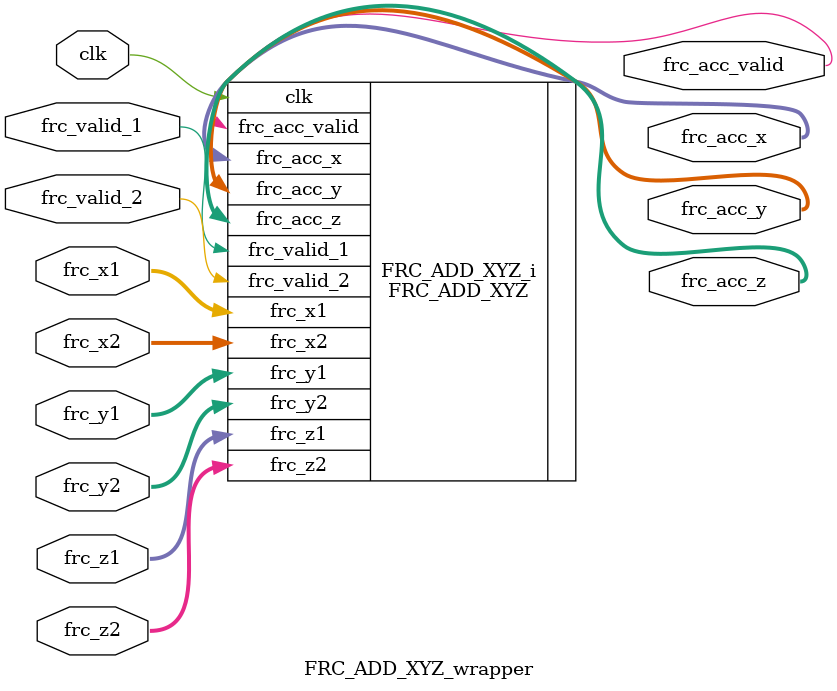
<source format=v>
`timescale 1 ps / 1 ps

module FRC_ADD_XYZ_wrapper
   (clk,
    frc_acc_valid,
    frc_acc_x,
    frc_acc_y,
    frc_acc_z,
    frc_valid_1,
    frc_valid_2,
    frc_x1,
    frc_x2,
    frc_y1,
    frc_y2,
    frc_z1,
    frc_z2);
  input clk;
  output frc_acc_valid;
  output [31:0]frc_acc_x;
  output [31:0]frc_acc_y;
  output [31:0]frc_acc_z;
  input frc_valid_1;
  input frc_valid_2;
  input [31:0]frc_x1;
  input [31:0]frc_x2;
  input [31:0]frc_y1;
  input [31:0]frc_y2;
  input [31:0]frc_z1;
  input [31:0]frc_z2;

  wire clk;
  wire frc_acc_valid;
  wire [31:0]frc_acc_x;
  wire [31:0]frc_acc_y;
  wire [31:0]frc_acc_z;
  wire frc_valid_1;
  wire frc_valid_2;
  wire [31:0]frc_x1;
  wire [31:0]frc_x2;
  wire [31:0]frc_y1;
  wire [31:0]frc_y2;
  wire [31:0]frc_z1;
  wire [31:0]frc_z2;

  FRC_ADD_XYZ FRC_ADD_XYZ_i
       (.clk(clk),
        .frc_acc_valid(frc_acc_valid),
        .frc_acc_x(frc_acc_x),
        .frc_acc_y(frc_acc_y),
        .frc_acc_z(frc_acc_z),
        .frc_valid_1(frc_valid_1),
        .frc_valid_2(frc_valid_2),
        .frc_x1(frc_x1),
        .frc_x2(frc_x2),
        .frc_y1(frc_y1),
        .frc_y2(frc_y2),
        .frc_z1(frc_z1),
        .frc_z2(frc_z2));
endmodule

</source>
